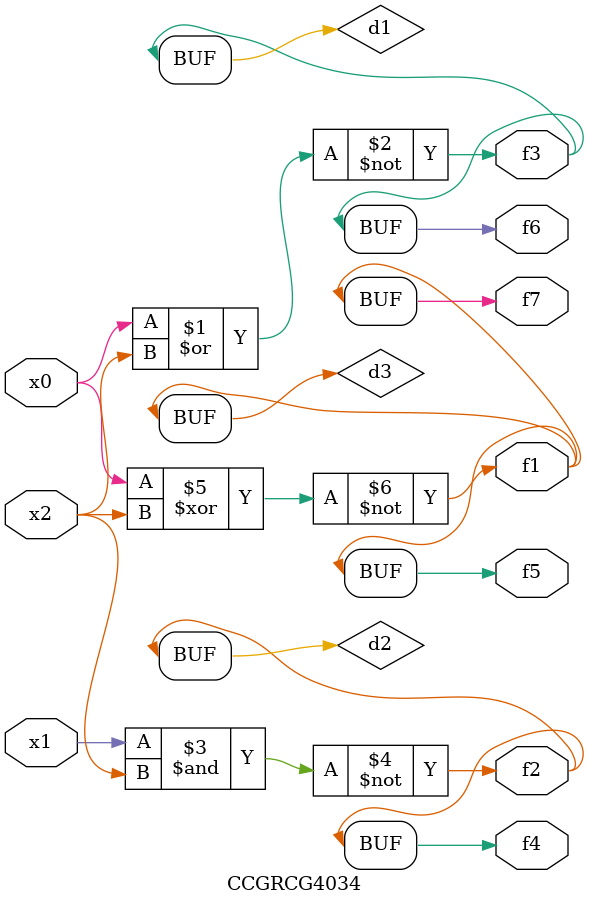
<source format=v>
module CCGRCG4034(
	input x0, x1, x2,
	output f1, f2, f3, f4, f5, f6, f7
);

	wire d1, d2, d3;

	nor (d1, x0, x2);
	nand (d2, x1, x2);
	xnor (d3, x0, x2);
	assign f1 = d3;
	assign f2 = d2;
	assign f3 = d1;
	assign f4 = d2;
	assign f5 = d3;
	assign f6 = d1;
	assign f7 = d3;
endmodule

</source>
